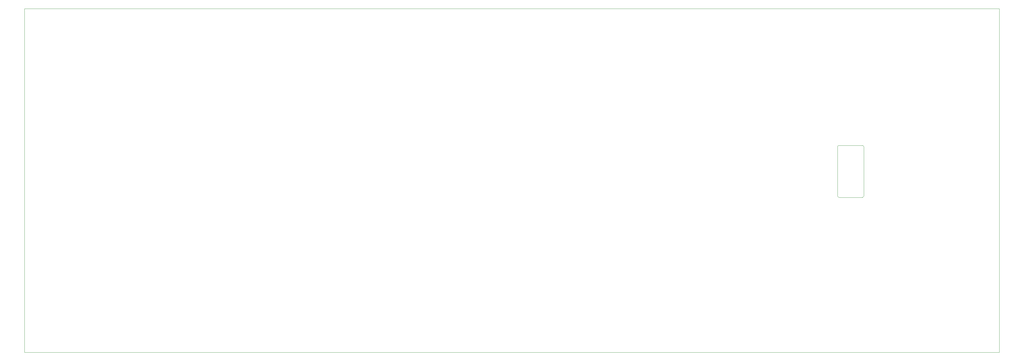
<source format=gbr>
G04 #@! TF.GenerationSoftware,KiCad,Pcbnew,(6.0.7)*
G04 #@! TF.CreationDate,2022-12-01T22:56:38-08:00*
G04 #@! TF.ProjectId,openot rev2,6f70656e-6f74-4207-9265-76322e6b6963,rev?*
G04 #@! TF.SameCoordinates,Original*
G04 #@! TF.FileFunction,Profile,NP*
%FSLAX46Y46*%
G04 Gerber Fmt 4.6, Leading zero omitted, Abs format (unit mm)*
G04 Created by KiCad (PCBNEW (6.0.7)) date 2022-12-01 22:56:38*
%MOMM*%
%LPD*%
G01*
G04 APERTURE LIST*
G04 #@! TA.AperFunction,Profile*
%ADD10C,0.100000*%
G04 #@! TD*
G04 APERTURE END LIST*
D10*
X323177683Y-138222235D02*
X330677683Y-138222235D01*
X322677683Y-137722235D02*
X322677683Y-121972235D01*
X323177683Y-121472235D02*
X330677683Y-121472235D01*
X322677665Y-137722235D02*
G75*
G03*
X323177683Y-138222235I500035J35D01*
G01*
X60995683Y-77385634D02*
X374787283Y-77385634D01*
X374787283Y-77385634D02*
X374787283Y-188180434D01*
X374787283Y-188180434D02*
X60995683Y-188180434D01*
X60995683Y-188180434D02*
X60995683Y-77385634D01*
X331177683Y-121972235D02*
X331177683Y-137722235D01*
X331177665Y-121972235D02*
G75*
G03*
X330677683Y-121472235I-499965J35D01*
G01*
X330677683Y-138222183D02*
G75*
G03*
X331177683Y-137722235I17J499983D01*
G01*
X323177683Y-121472183D02*
G75*
G03*
X322677683Y-121972235I17J-500017D01*
G01*
M02*

</source>
